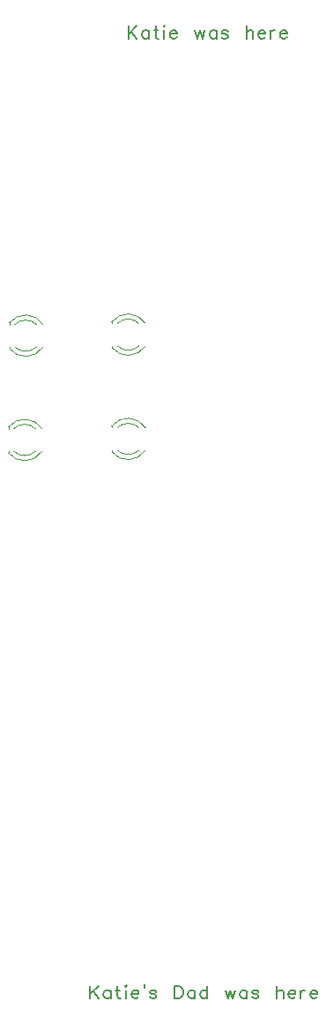
<source format=gto>
G04 Layer: TopSilkscreenLayer*
G04 EasyEDA Pro v2.2.43.4, 2025-11-10 11:02:42*
G04 Gerber Generator version 0.3*
G04 Scale: 100 percent, Rotated: No, Reflected: No*
G04 Dimensions in millimeters*
G04 Leading zeros omitted, absolute positions, 4 integers and 5 decimals*
G04 Generated by one-click*
%FSLAX45Y45*%
%MOMM*%
%ADD10C,0.2032*%
%ADD11C,0.12*%
%ADD12C,0.9339*%
G75*


G04 Text Start*
G54D10*
G01X13192760Y-14447520D02*
G01X13192760Y-14567662D01*
G01X13272770Y-14447520D02*
G01X13192760Y-14527530D01*
G01X13221462Y-14499082D02*
G01X13272770Y-14567662D01*
G01X13389102Y-14487652D02*
G01X13389102Y-14567662D01*
G01X13389102Y-14504670D02*
G01X13377672Y-14493240D01*
G01X13366242Y-14487652D01*
G01X13349224Y-14487652D01*
G01X13337794Y-14493240D01*
G01X13326364Y-14504670D01*
G01X13320522Y-14521942D01*
G01X13320522Y-14533372D01*
G01X13326364Y-14550390D01*
G01X13337794Y-14561820D01*
G01X13349224Y-14567662D01*
G01X13366242Y-14567662D01*
G01X13377672Y-14561820D01*
G01X13389102Y-14550390D01*
G01X13454126Y-14447520D02*
G01X13454126Y-14544802D01*
G01X13459714Y-14561820D01*
G01X13471144Y-14567662D01*
G01X13482574Y-14567662D01*
G01X13436854Y-14487652D02*
G01X13476986Y-14487652D01*
G01X13530326Y-14447520D02*
G01X13536168Y-14453362D01*
G01X13541756Y-14447520D01*
G01X13536168Y-14441932D01*
G01X13530326Y-14447520D01*
G01X13536168Y-14487652D02*
G01X13536168Y-14567662D01*
G01X13589508Y-14521942D02*
G01X13658088Y-14521942D01*
G01X13658088Y-14510512D01*
G01X13652500Y-14499082D01*
G01X13646658Y-14493240D01*
G01X13635228Y-14487652D01*
G01X13618210Y-14487652D01*
G01X13606780Y-14493240D01*
G01X13595350Y-14504670D01*
G01X13589508Y-14521942D01*
G01X13589508Y-14533372D01*
G01X13595350Y-14550390D01*
G01X13606780Y-14561820D01*
G01X13618210Y-14567662D01*
G01X13635228Y-14567662D01*
G01X13646658Y-14561820D01*
G01X13658088Y-14550390D01*
G01X13717270Y-14430502D02*
G01X13717270Y-14464792D01*
G01X13828014Y-14504670D02*
G01X13822172Y-14493240D01*
G01X13805154Y-14487652D01*
G01X13787882Y-14487652D01*
G01X13770864Y-14493240D01*
G01X13765022Y-14504670D01*
G01X13770864Y-14516100D01*
G01X13782294Y-14521942D01*
G01X13810742Y-14527530D01*
G01X13822172Y-14533372D01*
G01X13828014Y-14544802D01*
G01X13828014Y-14550390D01*
G01X13822172Y-14561820D01*
G01X13805154Y-14567662D01*
G01X13787882Y-14567662D01*
G01X13770864Y-14561820D01*
G01X13765022Y-14550390D01*
G01X14003782Y-14447520D02*
G01X14003782Y-14567662D01*
G01X14003782Y-14447520D02*
G01X14043914Y-14447520D01*
G01X14060932Y-14453362D01*
G01X14072362Y-14464792D01*
G01X14078204Y-14476222D01*
G01X14083792Y-14493240D01*
G01X14083792Y-14521942D01*
G01X14078204Y-14538960D01*
G01X14072362Y-14550390D01*
G01X14060932Y-14561820D01*
G01X14043914Y-14567662D01*
G01X14003782Y-14567662D01*
G01X14200124Y-14487652D02*
G01X14200124Y-14567662D01*
G01X14200124Y-14504670D02*
G01X14188694Y-14493240D01*
G01X14177264Y-14487652D01*
G01X14160246Y-14487652D01*
G01X14148816Y-14493240D01*
G01X14137386Y-14504670D01*
G01X14131544Y-14521942D01*
G01X14131544Y-14533372D01*
G01X14137386Y-14550390D01*
G01X14148816Y-14561820D01*
G01X14160246Y-14567662D01*
G01X14177264Y-14567662D01*
G01X14188694Y-14561820D01*
G01X14200124Y-14550390D01*
G01X14316456Y-14447520D02*
G01X14316456Y-14567662D01*
G01X14316456Y-14504670D02*
G01X14305026Y-14493240D01*
G01X14293596Y-14487652D01*
G01X14276578Y-14487652D01*
G01X14265148Y-14493240D01*
G01X14253718Y-14504670D01*
G01X14247876Y-14521942D01*
G01X14247876Y-14533372D01*
G01X14253718Y-14550390D01*
G01X14265148Y-14561820D01*
G01X14276578Y-14567662D01*
G01X14293596Y-14567662D01*
G01X14305026Y-14561820D01*
G01X14316456Y-14550390D01*
G01X14492224Y-14487652D02*
G01X14515084Y-14567662D01*
G01X14537944Y-14487652D02*
G01X14515084Y-14567662D01*
G01X14537944Y-14487652D02*
G01X14560804Y-14567662D01*
G01X14583664Y-14487652D02*
G01X14560804Y-14567662D01*
G01X14699996Y-14487652D02*
G01X14699996Y-14567662D01*
G01X14699996Y-14504670D02*
G01X14688566Y-14493240D01*
G01X14677136Y-14487652D01*
G01X14660118Y-14487652D01*
G01X14648688Y-14493240D01*
G01X14637258Y-14504670D01*
G01X14631416Y-14521942D01*
G01X14631416Y-14533372D01*
G01X14637258Y-14550390D01*
G01X14648688Y-14561820D01*
G01X14660118Y-14567662D01*
G01X14677136Y-14567662D01*
G01X14688566Y-14561820D01*
G01X14699996Y-14550390D01*
G01X14810740Y-14504670D02*
G01X14804898Y-14493240D01*
G01X14787880Y-14487652D01*
G01X14770608Y-14487652D01*
G01X14753590Y-14493240D01*
G01X14747748Y-14504670D01*
G01X14753590Y-14516100D01*
G01X14765020Y-14521942D01*
G01X14793468Y-14527530D01*
G01X14804898Y-14533372D01*
G01X14810740Y-14544802D01*
G01X14810740Y-14550390D01*
G01X14804898Y-14561820D01*
G01X14787880Y-14567662D01*
G01X14770608Y-14567662D01*
G01X14753590Y-14561820D01*
G01X14747748Y-14550390D01*
G01X14986508Y-14447520D02*
G01X14986508Y-14567662D01*
G01X14986508Y-14510512D02*
G01X15003780Y-14493240D01*
G01X15015210Y-14487652D01*
G01X15032228Y-14487652D01*
G01X15043658Y-14493240D01*
G01X15049500Y-14510512D01*
G01X15049500Y-14567662D01*
G01X15097252Y-14521942D02*
G01X15165832Y-14521942D01*
G01X15165832Y-14510512D01*
G01X15160244Y-14499082D01*
G01X15154402Y-14493240D01*
G01X15142972Y-14487652D01*
G01X15125954Y-14487652D01*
G01X15114524Y-14493240D01*
G01X15103094Y-14504670D01*
G01X15097252Y-14521942D01*
G01X15097252Y-14533372D01*
G01X15103094Y-14550390D01*
G01X15114524Y-14561820D01*
G01X15125954Y-14567662D01*
G01X15142972Y-14567662D01*
G01X15154402Y-14561820D01*
G01X15165832Y-14550390D01*
G01X15213584Y-14487652D02*
G01X15213584Y-14567662D01*
G01X15213584Y-14521942D02*
G01X15219426Y-14504670D01*
G01X15230856Y-14493240D01*
G01X15242286Y-14487652D01*
G01X15259304Y-14487652D01*
G01X15307056Y-14521942D02*
G01X15375636Y-14521942D01*
G01X15375636Y-14510512D01*
G01X15370048Y-14499082D01*
G01X15364206Y-14493240D01*
G01X15352776Y-14487652D01*
G01X15335758Y-14487652D01*
G01X15324328Y-14493240D01*
G01X15312898Y-14504670D01*
G01X15307056Y-14521942D01*
G01X15307056Y-14533372D01*
G01X15312898Y-14550390D01*
G01X15324328Y-14561820D01*
G01X15335758Y-14567662D01*
G01X15352776Y-14567662D01*
G01X15364206Y-14561820D01*
G01X15375636Y-14550390D01*
G01X13560160Y-5239820D02*
G01X13560160Y-5359962D01*
G01X13640170Y-5239820D02*
G01X13560160Y-5319830D01*
G01X13588862Y-5291382D02*
G01X13640170Y-5359962D01*
G01X13756502Y-5279952D02*
G01X13756502Y-5359962D01*
G01X13756502Y-5296970D02*
G01X13745072Y-5285540D01*
G01X13733642Y-5279952D01*
G01X13716624Y-5279952D01*
G01X13705194Y-5285540D01*
G01X13693764Y-5296970D01*
G01X13687922Y-5314242D01*
G01X13687922Y-5325672D01*
G01X13693764Y-5342690D01*
G01X13705194Y-5354120D01*
G01X13716624Y-5359962D01*
G01X13733642Y-5359962D01*
G01X13745072Y-5354120D01*
G01X13756502Y-5342690D01*
G01X13821526Y-5239820D02*
G01X13821526Y-5337102D01*
G01X13827114Y-5354120D01*
G01X13838544Y-5359962D01*
G01X13849974Y-5359962D01*
G01X13804254Y-5279952D02*
G01X13844386Y-5279952D01*
G01X13897726Y-5239820D02*
G01X13903568Y-5245662D01*
G01X13909156Y-5239820D01*
G01X13903568Y-5234232D01*
G01X13897726Y-5239820D01*
G01X13903568Y-5279952D02*
G01X13903568Y-5359962D01*
G01X13956908Y-5314242D02*
G01X14025488Y-5314242D01*
G01X14025488Y-5302812D01*
G01X14019900Y-5291382D01*
G01X14014058Y-5285540D01*
G01X14002628Y-5279952D01*
G01X13985610Y-5279952D01*
G01X13974180Y-5285540D01*
G01X13962750Y-5296970D01*
G01X13956908Y-5314242D01*
G01X13956908Y-5325672D01*
G01X13962750Y-5342690D01*
G01X13974180Y-5354120D01*
G01X13985610Y-5359962D01*
G01X14002628Y-5359962D01*
G01X14014058Y-5354120D01*
G01X14025488Y-5342690D01*
G01X14201256Y-5279952D02*
G01X14224116Y-5359962D01*
G01X14246976Y-5279952D02*
G01X14224116Y-5359962D01*
G01X14246976Y-5279952D02*
G01X14269836Y-5359962D01*
G01X14292696Y-5279952D02*
G01X14269836Y-5359962D01*
G01X14409028Y-5279952D02*
G01X14409028Y-5359962D01*
G01X14409028Y-5296970D02*
G01X14397598Y-5285540D01*
G01X14386168Y-5279952D01*
G01X14369150Y-5279952D01*
G01X14357720Y-5285540D01*
G01X14346290Y-5296970D01*
G01X14340448Y-5314242D01*
G01X14340448Y-5325672D01*
G01X14346290Y-5342690D01*
G01X14357720Y-5354120D01*
G01X14369150Y-5359962D01*
G01X14386168Y-5359962D01*
G01X14397598Y-5354120D01*
G01X14409028Y-5342690D01*
G01X14519772Y-5296970D02*
G01X14513930Y-5285540D01*
G01X14496912Y-5279952D01*
G01X14479640Y-5279952D01*
G01X14462622Y-5285540D01*
G01X14456780Y-5296970D01*
G01X14462622Y-5308400D01*
G01X14474052Y-5314242D01*
G01X14502500Y-5319830D01*
G01X14513930Y-5325672D01*
G01X14519772Y-5337102D01*
G01X14519772Y-5342690D01*
G01X14513930Y-5354120D01*
G01X14496912Y-5359962D01*
G01X14479640Y-5359962D01*
G01X14462622Y-5354120D01*
G01X14456780Y-5342690D01*
G01X14695540Y-5239820D02*
G01X14695540Y-5359962D01*
G01X14695540Y-5302812D02*
G01X14712812Y-5285540D01*
G01X14724242Y-5279952D01*
G01X14741260Y-5279952D01*
G01X14752690Y-5285540D01*
G01X14758532Y-5302812D01*
G01X14758532Y-5359962D01*
G01X14806284Y-5314242D02*
G01X14874864Y-5314242D01*
G01X14874864Y-5302812D01*
G01X14869276Y-5291382D01*
G01X14863434Y-5285540D01*
G01X14852004Y-5279952D01*
G01X14834986Y-5279952D01*
G01X14823556Y-5285540D01*
G01X14812126Y-5296970D01*
G01X14806284Y-5314242D01*
G01X14806284Y-5325672D01*
G01X14812126Y-5342690D01*
G01X14823556Y-5354120D01*
G01X14834986Y-5359962D01*
G01X14852004Y-5359962D01*
G01X14863434Y-5354120D01*
G01X14874864Y-5342690D01*
G01X14922616Y-5279952D02*
G01X14922616Y-5359962D01*
G01X14922616Y-5314242D02*
G01X14928458Y-5296970D01*
G01X14939888Y-5285540D01*
G01X14951318Y-5279952D01*
G01X14968336Y-5279952D01*
G01X15016088Y-5314242D02*
G01X15084668Y-5314242D01*
G01X15084668Y-5302812D01*
G01X15079080Y-5291382D01*
G01X15073238Y-5285540D01*
G01X15061808Y-5279952D01*
G01X15044790Y-5279952D01*
G01X15033360Y-5285540D01*
G01X15021930Y-5296970D01*
G01X15016088Y-5314242D01*
G01X15016088Y-5325672D01*
G01X15021930Y-5342690D01*
G01X15033360Y-5354120D01*
G01X15044790Y-5359962D01*
G01X15061808Y-5359962D01*
G01X15073238Y-5354120D01*
G01X15084668Y-5342690D01*
G04 Text End*

G04 PolygonModel Start*
G54D11*
G01X12417000Y-8086400D02*
G01X12417000Y-8102000D01*
G01X12417000Y-8318000D02*
G01X12417000Y-8333600D01*
G01X12417000Y-8086448D02*
G02X12740140Y-8101994I156000J-123552D01*
G01X12468904Y-8102000D02*
G02X12677091Y-8101995I104096J-108000D01*
G01X12677091Y-8318005D02*
G02X12468904Y-8318000I-104091J108005D01*
G01X12740140Y-8318006D02*
G02X12417000Y-8333552I-167140J108006D01*
G01X13401000Y-8076400D02*
G01X13401000Y-8092000D01*
G01X13401000Y-8308000D02*
G01X13401000Y-8323600D01*
G01X13401000Y-8076449D02*
G02X13724140Y-8091994I156000J-123552D01*
G01X13452904Y-8092000D02*
G02X13661091Y-8091995I104096J-108000D01*
G01X13661091Y-8308005D02*
G02X13452904Y-8308000I-104091J108005D01*
G01X13724140Y-8308006D02*
G02X13401000Y-8323552I-167140J108006D01*
G01X12407000Y-9086400D02*
G01X12407000Y-9102000D01*
G01X12407000Y-9318000D02*
G01X12407000Y-9333600D01*
G01X12407000Y-9086449D02*
G02X12730140Y-9101994I156000J-123552D01*
G01X12458904Y-9102000D02*
G02X12667091Y-9101995I104096J-108000D01*
G01X12667091Y-9318005D02*
G02X12458904Y-9318000I-104091J108005D01*
G01X12730140Y-9318006D02*
G02X12407000Y-9333552I-167140J108006D01*
G01X13401000Y-9076400D02*
G01X13401000Y-9092000D01*
G01X13401000Y-9308000D02*
G01X13401000Y-9323600D01*
G01X13401000Y-9076448D02*
G02X13724140Y-9091994I156000J-123552D01*
G01X13452904Y-9092000D02*
G02X13661091Y-9091995I104096J-108000D01*
G01X13661091Y-9308005D02*
G02X13452904Y-9308000I-104091J108005D01*
G01X13724140Y-9308006D02*
G02X13401000Y-9323551I-167140J108006D01*

M02*


</source>
